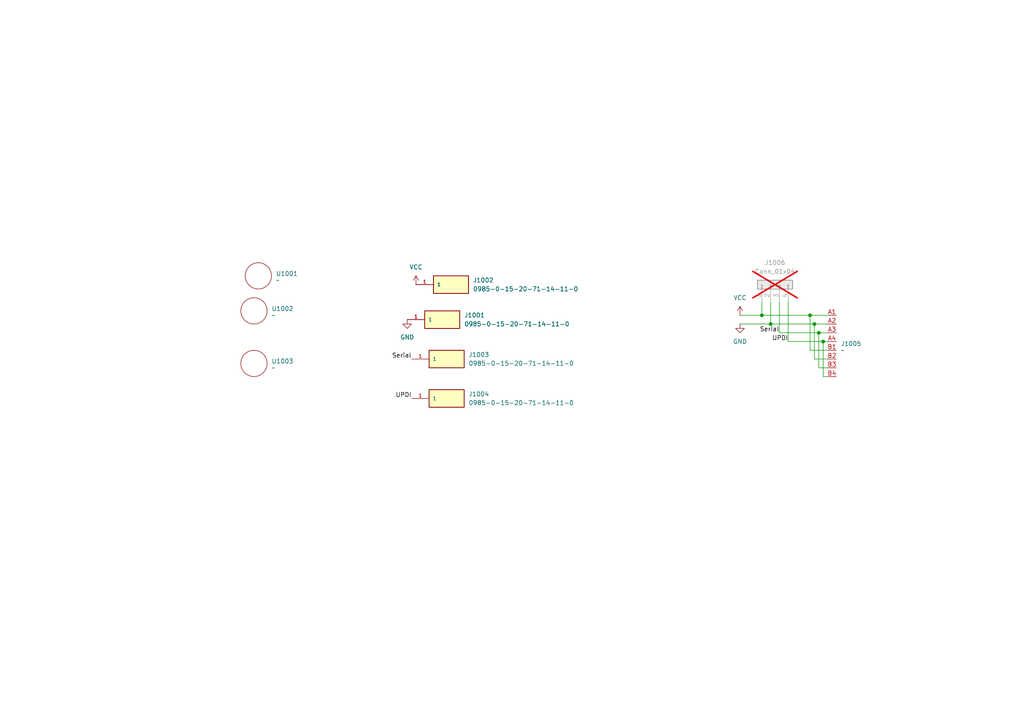
<source format=kicad_sch>
(kicad_sch (version 20231120) (generator "eeschema") (generator_version "8.0")
  (paper "A4")
  (lib_symbols
    (symbol "Connector_Generic:Conn_01x04" (pin_names (offset 1.016) hide)
      (property "Reference" "J" (at 0 5.08 0))
      (property "Value" "Conn_01x04" (at 0 -7.62 0))
      (symbol "Conn_01x04_1_1"
        (rectangle (start -1.27 -4.953) (end 0 -5.207) (stroke (width 0.1524)))
        (rectangle (start -1.27 -2.413) (end 0 -2.667) (stroke (width 0.1524)))
        (rectangle (start -1.27 0.127) (end 0 -0.127) (stroke (width 0.1524)))
        (rectangle (start -1.27 2.667) (end 0 2.413) (stroke (width 0.1524)))
        (rectangle (start -1.27 3.81) (end 1.27 -6.35) (stroke (width 0.254)) (fill (type background)))
        (pin passive line (at -5.08 2.54 0) (length 3.81) (name "Pin_1") (number "1"))
        (pin passive line (at -5.08 0 0) (length 3.81) (name "Pin_2") (number "2"))
        (pin passive line (at -5.08 -2.54 0) (length 3.81) (name "Pin_3") (number "3"))
        (pin passive line (at -5.08 -5.08 0) (length 3.81) (name "Pin_4") (number "4"))
      )
    )
    (symbol "JSK:0985-0-15-20-71-14-11-0" (pin_names (offset 1.016))
      (property "Reference" "J" (at -5.08 3.302 0))
      (property "Value" "0985-0-15-20-71-14-11-0" (at -5.08 -5.08 0))
      (symbol "0985-0-15-20-71-14-11-0_0_0"
        (rectangle (start -5.08 -2.54) (end 5.08 2.54) (stroke (width 0.254)) (fill (type background)))
        (pin passive line (at -10.16 0 0) (length 5.08) (name "1") (number "1"))
      )
    )
    (symbol "JSK:6218-0-00-15-00-00-03-0"
      (property "Reference" "U" (at 0 0 0))
      (symbol "6218-0-00-15-00-00-03-0_0_1"
        (circle (center 0 0) (radius 3.81))
      )
    )
    (symbol "JSK:8-pin-clip"
      (property "Reference" "J" (at 0 0 0))
      (symbol "8-pin-clip_1_1"
        (pin passive line (at 0 -3.81 0) (length 2.54) (name "") (number "A1"))
        (pin passive line (at 0 -6.35 0) (length 2.54) (name "") (number "A2"))
        (pin passive line (at 0 -8.89 0) (length 2.54) (name "") (number "A3"))
        (pin passive line (at 0 -11.43 0) (length 2.54) (name "") (number "A4"))
        (pin passive line (at 0 -13.97 0) (length 2.54) (name "") (number "B1"))
        (pin passive line (at 0 -16.51 0) (length 2.54) (name "") (number "B2"))
        (pin passive line (at 0 -19.05 0) (length 2.54) (name "") (number "B3"))
        (pin passive line (at 0 -21.59 0) (length 2.54) (name "") (number "B4"))
      )
    )
    (symbol "power:GND" (power) (pin_numbers hide) (pin_names (offset 0) hide)
      (property "Value" "GND" (at 0 -3.81 0))
      (symbol "GND_0_1"
        (polyline (pts (xy 0 0) (xy 0 -1.27) (xy 1.27 -1.27) (xy 0 -2.54) (xy -1.27 -1.27) (xy 0 -1.27)))
      )
      (symbol "GND_1_1"
        (pin power_in line (at 0 0 270) (length 0) (name "~") (number "1"))
      )
    )
    (symbol "power:VCC" (power) (pin_numbers hide) (pin_names (offset 0) hide)
      (property "Value" "VCC" (at 0 3.556 0))
      (symbol "VCC_0_1"
        (polyline (pts (xy -0.762 1.27) (xy 0 2.54)))
        (polyline (pts (xy 0 0) (xy 0 2.54)))
        (polyline (pts (xy 0 2.54) (xy 0.762 1.27)))
      )
      (symbol "VCC_1_1"
        (pin power_in line (at 0 0 90) (length 0) (name "~") (number "1"))
      )
    )
  )
  (junction (at 237.49 96.52))
  (junction (at 223.52 93.98))
  (junction (at 220.98 91.44))
  (junction (at 238.76 99.06))
  (junction (at 236.22 93.98))
  (junction (at 234.95 91.44))
  (wire (pts (xy 214.63 91.44) (xy 220.98 91.44)))
  (wire (pts (xy 237.49 106.68) (xy 237.49 96.52)))
  (wire (pts (xy 240.03 109.22) (xy 238.76 109.22)))
  (wire (pts (xy 236.22 93.98) (xy 240.03 93.98)))
  (wire (pts (xy 240.03 104.14) (xy 236.22 104.14)))
  (wire (pts (xy 226.06 96.52) (xy 237.49 96.52)))
  (wire (pts (xy 240.03 106.68) (xy 237.49 106.68)))
  (wire (pts (xy 220.98 91.44) (xy 220.98 87.63)))
  (wire (pts (xy 240.03 101.6) (xy 234.95 101.6)))
  (wire (pts (xy 237.49 96.52) (xy 240.03 96.52)))
  (wire (pts (xy 220.98 91.44) (xy 234.95 91.44)))
  (wire (pts (xy 228.6 99.06) (xy 228.6 87.63)))
  (wire (pts (xy 223.52 93.98) (xy 223.52 87.63)))
  (wire (pts (xy 228.6 99.06) (xy 238.76 99.06)))
  (wire (pts (xy 238.76 99.06) (xy 238.76 109.22)))
  (wire (pts (xy 238.76 99.06) (xy 240.03 99.06)))
  (wire (pts (xy 226.06 96.52) (xy 226.06 87.63)))
  (wire (pts (xy 234.95 91.44) (xy 240.03 91.44)))
  (wire (pts (xy 223.52 93.98) (xy 236.22 93.98)))
  (wire (pts (xy 214.63 93.98) (xy 223.52 93.98)))
  (wire (pts (xy 236.22 93.98) (xy 236.22 104.14)))
  (wire (pts (xy 234.95 101.6) (xy 234.95 91.44)))
  (label "Serial" (at 226.06 96.52 180))
  (label "Serial" (at 119.38 104.14 180))
  (label "UPDI" (at 228.6 99.06 180))
  (label "UPDI" (at 119.38 115.57 180))
  (symbol (lib_id "Connector_Generic:Conn_01x04") (at 223.52 82.55 90) (unit 1) (dnp yes)
    (property "Reference" "J1006" (at 224.79 76.2 90))
    (property "Value" "Conn_01x04" (at 224.79 78.74 90))
    (property "Footprint" "Connector_PinHeader_2.54mm:PinHeader_1x04_P2.54mm_Vertical" (effects (hide yes)))
    (property "Description" "Generic connector, single row, 01x04, script generated (kicad-library-utils/schlib/autogen/connector/)" (effects (hide yes)))
  )
  (symbol (lib_id "JSK:6218-0-00-15-00-00-03-0") (at 74.93 80.01 0) (unit 1)
    (property "Reference" "U1001" (at 80.01 79.3749 0) (effects (justify left)))
    (property "Value" "~" (at 80.01 81.28 0) (effects (justify left)))
    (property "Footprint" "JSK:6218-0-00-15-00-00-03-0" (effects (hide yes)))
  )
  (symbol (lib_id "JSK:0985-0-15-20-71-14-11-0") (at 130.81 82.55 0) (unit 1)
    (property "Reference" "J1002" (at 137.16 81.2799 0) (effects (justify left)))
    (property "Value" "0985-0-15-20-71-14-11-0" (at 137.16 83.8199 0) (effects (justify left)))
    (property "Footprint" "JSK:MILL-MAX_0985-0-15-20-71-14-11-0" (effects (hide yes)))
    (property "DigiKey_Part_Number" "ED1122-ND" (effects (hide yes)))
    (property "SnapEDA_Link" "https://www.snapeda.com/parts/0985-0-15-20-71-14-11-0/Mill-Max/view-part/?ref=snap" (effects (hide yes)))
    (property "Description_1" "\n                        \n                            Contact Probes Spring Loaded Pin .247, Sldr Mnt, 20u | Mill-Max 0985-0-15-20-71-14-11-0\n                        \n" (effects (hide yes)))
    (property "Package" "None" (effects (hide yes)))
    (property "Check_prices" "https://www.snapeda.com/parts/0985-0-15-20-71-14-11-0/Mill-Max/view-part/?ref=eda" (effects (hide yes)))
    (property "STANDARD" "Manufacturer Recommendations" (effects (hide yes)))
    (property "PARTREV" "3/8/22" (effects (hide yes)))
    (property "MF" "Mill-Max Manufacturing" (effects (hide yes)))
    (property "MP" "0985-0-15-20-71-14-11-0" (effects (hide yes)))
    (property "MANUFACTURER" "Mill-Max Manufacturing Corp." (effects (hide yes)))
  )
  (symbol (lib_id "JSK:6218-0-00-15-00-00-03-0") (at 73.66 90.17 0) (unit 1)
    (property "Reference" "U1002" (at 78.74 89.5349 0) (effects (justify left)))
    (property "Value" "~" (at 78.74 91.44 0) (effects (justify left)))
    (property "Footprint" "JSK:6218-0-00-15-00-00-03-0" (effects (hide yes)))
  )
  (symbol (lib_id "power:GND") (at 118.11 92.71 0) (unit 1)
    (property "Reference" "#PWR01004" (effects (hide yes)))
    (property "Value" "GND" (at 118.11 97.79 0))
    (property "Description" "Power symbol creates a global label with name \"GND\" , ground" (effects (hide yes)))
  )
  (symbol (lib_id "power:GND") (at 214.63 93.98 0) (unit 1)
    (property "Reference" "#PWR01002" (effects (hide yes)))
    (property "Value" "GND" (at 214.63 99.06 0))
    (property "Description" "Power symbol creates a global label with name \"GND\" , ground" (effects (hide yes)))
  )
  (symbol (lib_id "power:VCC") (at 214.63 91.44 0) (unit 1)
    (property "Reference" "#PWR01001" (effects (hide yes)))
    (property "Value" "VCC" (at 214.63 86.36 0))
    (property "Description" "Power symbol creates a global label with name \"VCC\"" (effects (hide yes)))
  )
  (symbol (lib_id "JSK:0985-0-15-20-71-14-11-0") (at 129.54 104.14 0) (unit 1)
    (property "Reference" "J1003" (at 135.89 102.8699 0) (effects (justify left)))
    (property "Value" "0985-0-15-20-71-14-11-0" (at 135.89 105.4099 0) (effects (justify left)))
    (property "Footprint" "JSK:MILL-MAX_0985-0-15-20-71-14-11-0" (effects (hide yes)))
    (property "DigiKey_Part_Number" "ED1122-ND" (effects (hide yes)))
    (property "SnapEDA_Link" "https://www.snapeda.com/parts/0985-0-15-20-71-14-11-0/Mill-Max/view-part/?ref=snap" (effects (hide yes)))
    (property "Description_1" "\n                        \n                            Contact Probes Spring Loaded Pin .247, Sldr Mnt, 20u | Mill-Max 0985-0-15-20-71-14-11-0\n                        \n" (effects (hide yes)))
    (property "Package" "None" (effects (hide yes)))
    (property "Check_prices" "https://www.snapeda.com/parts/0985-0-15-20-71-14-11-0/Mill-Max/view-part/?ref=eda" (effects (hide yes)))
    (property "STANDARD" "Manufacturer Recommendations" (effects (hide yes)))
    (property "PARTREV" "3/8/22" (effects (hide yes)))
    (property "MF" "Mill-Max Manufacturing" (effects (hide yes)))
    (property "MP" "0985-0-15-20-71-14-11-0" (effects (hide yes)))
    (property "MANUFACTURER" "Mill-Max Manufacturing Corp." (effects (hide yes)))
  )
  (symbol (lib_id "JSK:0985-0-15-20-71-14-11-0") (at 129.54 115.57 0) (unit 1)
    (property "Reference" "J1004" (at 135.89 114.2999 0) (effects (justify left)))
    (property "Value" "0985-0-15-20-71-14-11-0" (at 135.89 116.8399 0) (effects (justify left)))
    (property "Footprint" "JSK:MILL-MAX_0985-0-15-20-71-14-11-0" (effects (hide yes)))
    (property "DigiKey_Part_Number" "ED1122-ND" (effects (hide yes)))
    (property "SnapEDA_Link" "https://www.snapeda.com/parts/0985-0-15-20-71-14-11-0/Mill-Max/view-part/?ref=snap" (effects (hide yes)))
    (property "Description_1" "\n                        \n                            Contact Probes Spring Loaded Pin .247, Sldr Mnt, 20u | Mill-Max 0985-0-15-20-71-14-11-0\n                        \n" (effects (hide yes)))
    (property "Package" "None" (effects (hide yes)))
    (property "Check_prices" "https://www.snapeda.com/parts/0985-0-15-20-71-14-11-0/Mill-Max/view-part/?ref=eda" (effects (hide yes)))
    (property "STANDARD" "Manufacturer Recommendations" (effects (hide yes)))
    (property "PARTREV" "3/8/22" (effects (hide yes)))
    (property "MF" "Mill-Max Manufacturing" (effects (hide yes)))
    (property "MP" "0985-0-15-20-71-14-11-0" (effects (hide yes)))
    (property "MANUFACTURER" "Mill-Max Manufacturing Corp." (effects (hide yes)))
  )
  (symbol (lib_id "JSK:6218-0-00-15-00-00-03-0") (at 73.66 105.41 0) (unit 1)
    (property "Reference" "U1003" (at 78.74 104.7749 0) (effects (justify left)))
    (property "Value" "~" (at 78.74 106.68 0) (effects (justify left)))
    (property "Footprint" "JSK:6218-0-00-15-00-00-03-0" (effects (hide yes)))
  )
  (symbol (lib_id "JSK:0985-0-15-20-71-14-11-0") (at 128.27 92.71 0) (unit 1)
    (property "Reference" "J1001" (at 134.62 91.4399 0) (effects (justify left)))
    (property "Value" "0985-0-15-20-71-14-11-0" (at 134.62 93.9799 0) (effects (justify left)))
    (property "Footprint" "JSK:MILL-MAX_0985-0-15-20-71-14-11-0" (effects (hide yes)))
    (property "DigiKey_Part_Number" "ED1122-ND" (effects (hide yes)))
    (property "SnapEDA_Link" "https://www.snapeda.com/parts/0985-0-15-20-71-14-11-0/Mill-Max/view-part/?ref=snap" (effects (hide yes)))
    (property "Description_1" "\n                        \n                            Contact Probes Spring Loaded Pin .247, Sldr Mnt, 20u | Mill-Max 0985-0-15-20-71-14-11-0\n                        \n" (effects (hide yes)))
    (property "Package" "None" (effects (hide yes)))
    (property "Check_prices" "https://www.snapeda.com/parts/0985-0-15-20-71-14-11-0/Mill-Max/view-part/?ref=eda" (effects (hide yes)))
    (property "STANDARD" "Manufacturer Recommendations" (effects (hide yes)))
    (property "PARTREV" "3/8/22" (effects (hide yes)))
    (property "MF" "Mill-Max Manufacturing" (effects (hide yes)))
    (property "MP" "0985-0-15-20-71-14-11-0" (effects (hide yes)))
    (property "MANUFACTURER" "Mill-Max Manufacturing Corp." (effects (hide yes)))
  )
  (symbol (lib_id "JSK:8-pin-clip") (at 240.03 87.63 0) (unit 1)
    (property "Reference" "J1005" (at 243.84 99.6949 0) (effects (justify left)))
    (property "Value" "~" (at 243.84 101.6 0) (effects (justify left)))
    (property "Footprint" "JSK:8-pin-clip" (effects (hide yes)))
  )
  (symbol (lib_id "power:VCC") (at 120.65 82.55 0) (unit 1)
    (property "Reference" "#PWR01003" (effects (hide yes)))
    (property "Value" "VCC" (at 120.65 77.47 0))
    (property "Description" "Power symbol creates a global label with name \"VCC\"" (effects (hide yes)))
  )
)
</source>
